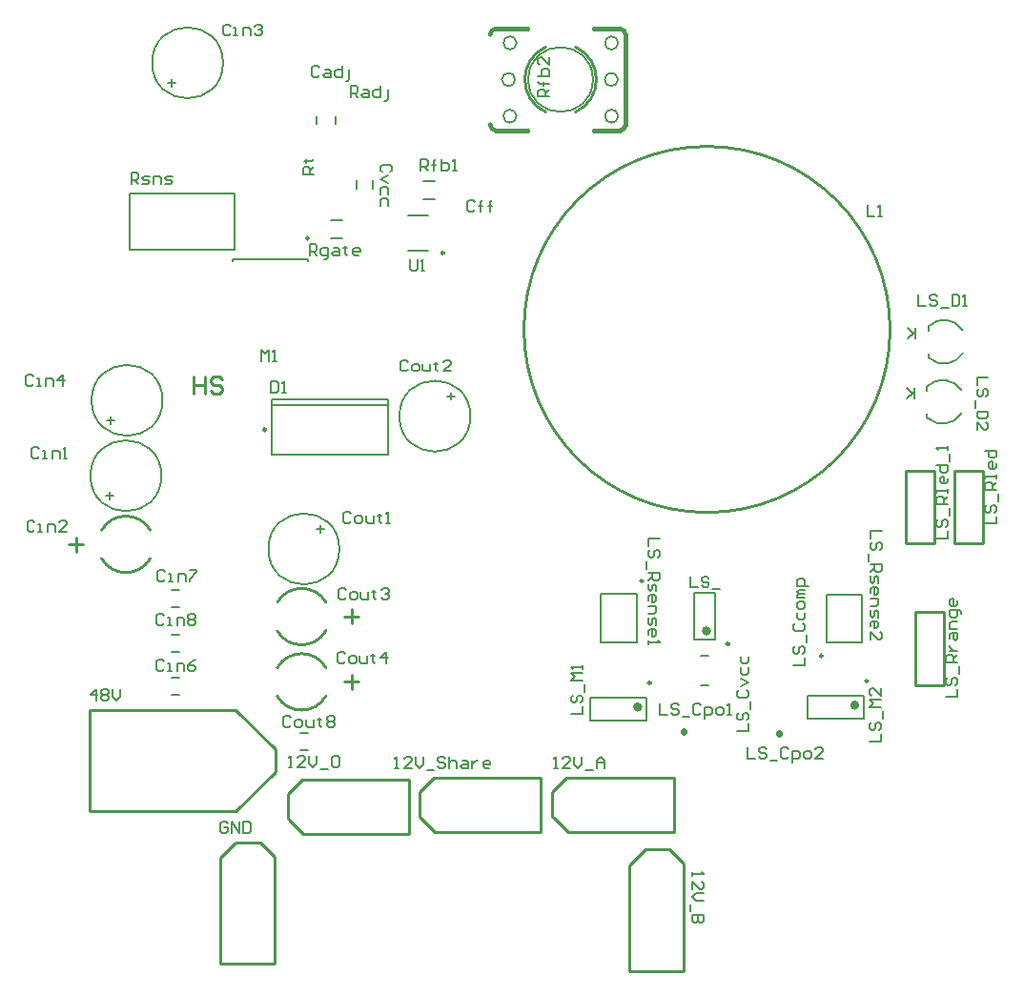
<source format=gto>
G04 Layer_Color=15132400*
%FSLAX24Y24*%
%MOIN*%
G70*
G01*
G75*
%ADD32C,0.0098*%
%ADD60C,0.0160*%
%ADD61C,0.0100*%
%ADD62C,0.0050*%
%ADD63C,0.0079*%
%ADD64C,0.0157*%
%ADD65C,0.0220*%
D32*
X28725Y37561D02*
G03*
X28725Y37561I-49J0D01*
G01*
X23998Y38071D02*
G03*
X23998Y38071I-49J0D01*
G01*
X22490Y31378D02*
G03*
X22490Y31378I-49J0D01*
G01*
X38691Y23888D02*
G03*
X38691Y23888I-49J0D01*
G01*
X41957Y23467D02*
G03*
X41957Y23467I-49J0D01*
G01*
X35678Y26085D02*
G03*
X35678Y26085I-49J0D01*
G01*
X43544Y22591D02*
G03*
X43544Y22591I-49J0D01*
G01*
X35955Y22522D02*
G03*
X35955Y22522I-49J0D01*
G01*
D60*
X34865Y41842D02*
G03*
X35065Y42042I0J200D01*
G01*
Y45197D02*
G03*
X34865Y45394I-198J-2D01*
G01*
X30531Y45394D02*
G03*
X30335Y45197I0J-197D01*
G01*
X30335Y42042D02*
G03*
X30531Y41842I198J-2D01*
G01*
X35065Y42042D02*
Y45197D01*
X30531Y41842D02*
X31615D01*
X33976D02*
X34865D01*
X30531Y45394D02*
X31615D01*
X33976D02*
X34865D01*
D61*
X33324Y42489D02*
G03*
X33324Y44755I-528J1133D01*
G01*
X32267D02*
G03*
X32267Y42489I528J-1133D01*
G01*
X44313Y34882D02*
G03*
X44313Y34882I-6400J0D01*
G01*
X24593Y25335D02*
G03*
X22888Y25335I-852J-492D01*
G01*
X22885Y24343D02*
G03*
X24590Y24343I852J492D01*
G01*
X24593Y23051D02*
G03*
X22888Y23051I-852J-492D01*
G01*
X22885Y22059D02*
G03*
X24590Y22059I852J492D01*
G01*
X16746Y26870D02*
G03*
X18451Y26870I852J492D01*
G01*
X18453Y27862D02*
G03*
X16748Y27862I-852J-492D01*
G01*
X21850Y12700D02*
X21900D01*
X22800Y13900D02*
Y14050D01*
X21900Y12700D02*
X22800D01*
Y15900D01*
X20900Y12700D02*
Y13950D01*
Y12700D02*
X21850D01*
X22800Y15900D02*
Y16450D01*
X22300Y16950D02*
X22800Y16450D01*
X20900Y13950D02*
Y16400D01*
X21400Y16900D01*
X21450Y16950D01*
X22300D01*
X16325Y18028D02*
X21443D01*
X16325D02*
Y21572D01*
X21443D01*
X22821Y20194D01*
X21443Y18028D02*
X22821Y19406D01*
Y20194D01*
X27500Y18200D02*
Y18250D01*
X26150Y19150D02*
X26300D01*
X27500Y18250D02*
Y19150D01*
X24300D02*
X27500D01*
X26250Y17250D02*
X27500D01*
Y18200D01*
X23750Y19150D02*
X24300D01*
X23250Y18650D02*
X23750Y19150D01*
X23800Y17250D02*
X26250D01*
X23300Y17750D02*
X23800Y17250D01*
X23250Y17800D02*
X23300Y17750D01*
X23250Y17800D02*
Y18650D01*
X25240Y24843D02*
X25740D01*
X25490Y24593D02*
Y25093D01*
X25240Y22559D02*
X25740D01*
X25490Y22309D02*
Y22809D01*
X15598Y27362D02*
X16098D01*
X15848Y27112D02*
Y27612D01*
X32100Y18250D02*
Y18300D01*
X30750Y19200D02*
X30900D01*
X32100Y18300D02*
Y19200D01*
X28900D02*
X32100D01*
X30850Y17300D02*
X32100D01*
Y18250D01*
X28350Y19200D02*
X28900D01*
X27850Y18700D02*
X28350Y19200D01*
X28400Y17300D02*
X30850D01*
X27900Y17800D02*
X28400Y17300D01*
X27850Y17850D02*
X27900Y17800D01*
X27850Y17850D02*
Y18700D01*
X36150Y12450D02*
X36200D01*
X37100Y13650D02*
Y13800D01*
X36200Y12450D02*
X37100D01*
Y15650D01*
X35200Y12450D02*
Y13700D01*
Y12450D02*
X36150D01*
X37100Y15650D02*
Y16200D01*
X36600Y16700D02*
X37100Y16200D01*
X35200Y13700D02*
Y16150D01*
X35700Y16650D01*
X35750Y16700D01*
X36600D01*
X36750Y18250D02*
Y18300D01*
X35400Y19200D02*
X35550D01*
X36750Y18300D02*
Y19200D01*
X33550D02*
X36750D01*
X35500Y17300D02*
X36750D01*
Y18250D01*
X33000Y19200D02*
X33550D01*
X32500Y18700D02*
X33000Y19200D01*
X33050Y17300D02*
X35500D01*
X32550Y17800D02*
X33050Y17300D01*
X32500Y17850D02*
X32550Y17800D01*
X32500Y17850D02*
Y18700D01*
X46200Y22450D02*
Y25000D01*
X45200Y22450D02*
X46200D01*
X45200D02*
Y25000D01*
X46200D01*
X47550Y27400D02*
Y29950D01*
X46550Y27400D02*
X47550D01*
X46550D02*
Y29950D01*
X47550D01*
X44850Y27400D02*
Y29950D01*
X45850D01*
Y27400D02*
Y29950D01*
X44850Y27400D02*
X45850D01*
X19961Y33238D02*
Y32638D01*
Y32938D01*
X20361D01*
Y33238D01*
Y32638D01*
X20960Y33138D02*
X20860Y33238D01*
X20660D01*
X20560Y33138D01*
Y33038D01*
X20660Y32938D01*
X20860D01*
X20960Y32838D01*
Y32738D01*
X20860Y32638D01*
X20660D01*
X20560Y32738D01*
D62*
X33925Y43622D02*
G03*
X33925Y43622I-1130J0D01*
G01*
X31254Y42342D02*
G03*
X31254Y42342I-230J0D01*
G01*
X34805D02*
G03*
X34805Y42342I-230J0D01*
G01*
Y44902D02*
G03*
X34805Y44902I-230J0D01*
G01*
X31254D02*
G03*
X31254Y44902I-230J0D01*
G01*
X34797Y43622D02*
G03*
X34797Y43622I-230J0D01*
G01*
X31203D02*
G03*
X31203Y43622I-230J0D01*
G01*
D63*
X18878Y32402D02*
G03*
X18878Y32402I-1240J0D01*
G01*
X20993Y44206D02*
G03*
X20993Y44206I-1240J0D01*
G01*
X29640Y31850D02*
G03*
X29640Y31850I-1240J0D01*
G01*
X18839Y29764D02*
G03*
X18839Y29764I-1240J0D01*
G01*
X25059Y27205D02*
G03*
X25059Y27205I-1240J0D01*
G01*
X46804Y32752D02*
G03*
X45607Y32893I-654J-402D01*
G01*
X45634Y31782D02*
G03*
X46804Y31948I516J568D01*
G01*
X46854Y34852D02*
G03*
X45657Y34993I-654J-402D01*
G01*
X45684Y33882D02*
G03*
X46854Y34048I516J568D01*
G01*
X19193Y25768D02*
X19468D01*
X19193Y25177D02*
X19468D01*
X19193Y24193D02*
X19468D01*
X19193Y23602D02*
X19468D01*
X19193Y22697D02*
X19468D01*
X19193Y22106D02*
X19468D01*
X23681Y20177D02*
X23957D01*
X23681Y20768D02*
X23957D01*
X27446Y37640D02*
X28154D01*
X27446Y38860D02*
X28154D01*
X21398Y38661D02*
Y39646D01*
X17736D02*
X21398D01*
X17736Y37677D02*
Y39646D01*
Y37677D02*
X21398D01*
Y38661D01*
X28003Y40055D02*
X28397D01*
X28003Y39445D02*
X28397D01*
X23957Y37264D02*
Y37323D01*
X21319D02*
X23957D01*
X21319Y37264D02*
Y37323D01*
X22697Y30510D02*
Y32439D01*
X26752Y30510D02*
Y32439D01*
X22697Y30510D02*
X26752D01*
X22697Y32439D02*
X26752D01*
X22697Y32242D02*
X26752D01*
X25655Y39812D02*
Y40088D01*
X26245Y39812D02*
Y40088D01*
X24265Y42062D02*
Y42338D01*
X24935Y42062D02*
Y42338D01*
X38209Y24026D02*
Y25659D01*
X37461Y24026D02*
Y25659D01*
Y24026D02*
X38209D01*
X37461Y25659D02*
X38209D01*
X42085Y23920D02*
X43345D01*
Y25613D01*
X42085D02*
X43345D01*
X42085Y23920D02*
Y25613D01*
X34191Y25633D02*
X35451D01*
X34191Y23940D02*
Y25633D01*
Y23940D02*
X35451D01*
Y25633D01*
X41426Y22060D02*
X43394D01*
X41426Y21272D02*
X43394D01*
Y22060D01*
X41426Y21272D02*
Y22060D01*
X33837Y21991D02*
X35806D01*
X33837Y21204D02*
X35806D01*
Y21991D01*
X33837Y21204D02*
Y21991D01*
X45600Y31816D02*
X45634Y31782D01*
X45600Y32750D02*
Y32893D01*
Y31816D02*
Y31950D01*
X45650Y33916D02*
X45684Y33882D01*
X45650Y34850D02*
Y34993D01*
Y33916D02*
Y34050D01*
X37697Y23465D02*
X37972D01*
X37697Y22441D02*
X37972D01*
X24764Y38081D02*
X25157D01*
X24764Y38691D02*
X25157D01*
X18963Y26391D02*
X18898Y26457D01*
X18766D01*
X18701Y26391D01*
Y26129D01*
X18766Y26063D01*
X18898D01*
X18963Y26129D01*
X19094Y26063D02*
X19226D01*
X19160D01*
Y26325D01*
X19094D01*
X19422Y26063D02*
Y26325D01*
X19619D01*
X19685Y26260D01*
Y26063D01*
X19816Y26457D02*
X20078D01*
Y26391D01*
X19816Y26129D01*
Y26063D01*
X18924Y24856D02*
X18858Y24921D01*
X18727D01*
X18661Y24856D01*
Y24593D01*
X18727Y24528D01*
X18858D01*
X18924Y24593D01*
X19055Y24528D02*
X19186D01*
X19121D01*
Y24790D01*
X19055D01*
X19383Y24528D02*
Y24790D01*
X19580D01*
X19645Y24724D01*
Y24528D01*
X19777Y24856D02*
X19842Y24921D01*
X19973D01*
X20039Y24856D01*
Y24790D01*
X19973Y24724D01*
X20039Y24659D01*
Y24593D01*
X19973Y24528D01*
X19842D01*
X19777Y24593D01*
Y24659D01*
X19842Y24724D01*
X19777Y24790D01*
Y24856D01*
X19842Y24724D02*
X19973D01*
X18924Y23281D02*
X18858Y23346D01*
X18727D01*
X18661Y23281D01*
Y23018D01*
X18727Y22953D01*
X18858D01*
X18924Y23018D01*
X19055Y22953D02*
X19186D01*
X19121D01*
Y23215D01*
X19055D01*
X19383Y22953D02*
Y23215D01*
X19580D01*
X19645Y23150D01*
Y22953D01*
X20039Y23346D02*
X19908Y23281D01*
X19777Y23150D01*
Y23018D01*
X19842Y22953D01*
X19973D01*
X20039Y23018D01*
Y23084D01*
X19973Y23150D01*
X19777D01*
X23373Y21312D02*
X23307Y21378D01*
X23176D01*
X23110Y21312D01*
Y21050D01*
X23176Y20984D01*
X23307D01*
X23373Y21050D01*
X23569Y20984D02*
X23701D01*
X23766Y21050D01*
Y21181D01*
X23701Y21247D01*
X23569D01*
X23504Y21181D01*
Y21050D01*
X23569Y20984D01*
X23897Y21247D02*
Y21050D01*
X23963Y20984D01*
X24160D01*
Y21247D01*
X24357Y21312D02*
Y21247D01*
X24291D01*
X24422D01*
X24357D01*
Y21050D01*
X24422Y20984D01*
X24619Y21312D02*
X24685Y21378D01*
X24816D01*
X24881Y21312D01*
Y21247D01*
X24816Y21181D01*
X24881Y21115D01*
Y21050D01*
X24816Y20984D01*
X24685D01*
X24619Y21050D01*
Y21115D01*
X24685Y21181D01*
X24619Y21247D01*
Y21312D01*
X24685Y21181D02*
X24816D01*
X21162Y17608D02*
X21097Y17674D01*
X20966D01*
X20900Y17608D01*
Y17346D01*
X20966Y17280D01*
X21097D01*
X21162Y17346D01*
Y17477D01*
X21031D01*
X21294Y17280D02*
Y17674D01*
X21556Y17280D01*
Y17674D01*
X21687D02*
Y17280D01*
X21884D01*
X21950Y17346D01*
Y17608D01*
X21884Y17674D01*
X21687D01*
X16547Y21900D02*
Y22294D01*
X16350Y22097D01*
X16612D01*
X16744Y22228D02*
X16809Y22294D01*
X16940D01*
X17006Y22228D01*
Y22162D01*
X16940Y22097D01*
X17006Y22031D01*
Y21966D01*
X16940Y21900D01*
X16809D01*
X16744Y21966D01*
Y22031D01*
X16809Y22097D01*
X16744Y22162D01*
Y22228D01*
X16809Y22097D02*
X16940D01*
X17137Y22294D02*
Y22031D01*
X17268Y21900D01*
X17400Y22031D01*
Y22294D01*
X23280Y19560D02*
X23411D01*
X23346D01*
Y19954D01*
X23280Y19888D01*
X23870Y19560D02*
X23608D01*
X23870Y19822D01*
Y19888D01*
X23805Y19954D01*
X23674D01*
X23608Y19888D01*
X24002Y19954D02*
Y19691D01*
X24133Y19560D01*
X24264Y19691D01*
Y19954D01*
X24395Y19494D02*
X24658D01*
X24985Y19954D02*
X24854D01*
X24789Y19888D01*
Y19626D01*
X24854Y19560D01*
X24985D01*
X25051Y19626D01*
Y19888D01*
X24985Y19954D01*
X27520Y37323D02*
Y36995D01*
X27585Y36929D01*
X27716D01*
X27782Y36995D01*
Y37323D01*
X27913Y36929D02*
X28044D01*
X27979D01*
Y37323D01*
X27913Y37257D01*
X24173Y40315D02*
X23780D01*
Y40512D01*
X23845Y40577D01*
X23976D01*
X24042Y40512D01*
Y40315D01*
Y40446D02*
X24173Y40577D01*
X23845Y40774D02*
X23911D01*
Y40709D01*
Y40840D01*
Y40774D01*
X24108D01*
X24173Y40840D01*
X17780Y39960D02*
Y40354D01*
X17977D01*
X18042Y40288D01*
Y40157D01*
X17977Y40091D01*
X17780D01*
X17911D02*
X18042Y39960D01*
X18174D02*
X18370D01*
X18436Y40026D01*
X18370Y40091D01*
X18239D01*
X18174Y40157D01*
X18239Y40222D01*
X18436D01*
X18567Y39960D02*
Y40222D01*
X18764D01*
X18830Y40157D01*
Y39960D01*
X18961D02*
X19158D01*
X19223Y40026D01*
X19158Y40091D01*
X19026D01*
X18961Y40157D01*
X19026Y40222D01*
X19223D01*
X32395Y43022D02*
X32002D01*
Y43219D01*
X32067Y43284D01*
X32198D01*
X32264Y43219D01*
Y43022D01*
Y43153D02*
X32395Y43284D01*
Y43481D02*
X32067D01*
X32198D01*
Y43416D01*
Y43547D01*
Y43481D01*
X32067D01*
X32002Y43547D01*
Y43744D02*
X32395D01*
Y43940D01*
X32330Y44006D01*
X32264D01*
X32198D01*
X32133Y43940D01*
Y43744D01*
X32395Y44400D02*
Y44137D01*
X32133Y44400D01*
X32067D01*
X32002Y44334D01*
Y44203D01*
X32067Y44137D01*
X27900Y40450D02*
Y40844D01*
X28097D01*
X28162Y40778D01*
Y40647D01*
X28097Y40581D01*
X27900D01*
X28031D02*
X28162Y40450D01*
X28359D02*
Y40778D01*
Y40647D01*
X28294D01*
X28425D01*
X28359D01*
Y40778D01*
X28425Y40844D01*
X28622D02*
Y40450D01*
X28818D01*
X28884Y40516D01*
Y40581D01*
Y40647D01*
X28818Y40712D01*
X28622D01*
X29015Y40450D02*
X29146D01*
X29081D01*
Y40844D01*
X29015Y40778D01*
X25450Y43000D02*
Y43394D01*
X25647D01*
X25712Y43328D01*
Y43197D01*
X25647Y43131D01*
X25450D01*
X25581D02*
X25712Y43000D01*
X25909Y43262D02*
X26040D01*
X26106Y43197D01*
Y43000D01*
X25909D01*
X25844Y43066D01*
X25909Y43131D01*
X26106D01*
X26500Y43394D02*
Y43000D01*
X26303D01*
X26237Y43066D01*
Y43197D01*
X26303Y43262D01*
X26500D01*
X26631Y42869D02*
X26696D01*
X26762Y42934D01*
Y43262D01*
X22323Y33780D02*
Y34173D01*
X22454Y34042D01*
X22585Y34173D01*
Y33780D01*
X22716D02*
X22848D01*
X22782D01*
Y34173D01*
X22716Y34108D01*
X43513Y39225D02*
Y38832D01*
X43776D01*
X43907D02*
X44038D01*
X43973D01*
Y39225D01*
X43907Y39160D01*
X22674Y33072D02*
Y32678D01*
X22871D01*
X22937Y32744D01*
Y33006D01*
X22871Y33072D01*
X22674D01*
X23068Y32678D02*
X23199D01*
X23134D01*
Y33072D01*
X23068Y33006D01*
X26828Y40388D02*
X26894Y40453D01*
Y40584D01*
X26828Y40650D01*
X26566D01*
X26500Y40584D01*
Y40453D01*
X26566Y40388D01*
X26762Y40256D02*
X26500Y40125D01*
X26762Y39994D01*
Y39600D02*
Y39797D01*
X26697Y39863D01*
X26566D01*
X26500Y39797D01*
Y39600D01*
X26762Y39207D02*
Y39404D01*
X26697Y39469D01*
X26566D01*
X26500Y39404D01*
Y39207D01*
X25286Y25761D02*
X25220Y25827D01*
X25089D01*
X25024Y25761D01*
Y25499D01*
X25089Y25433D01*
X25220D01*
X25286Y25499D01*
X25483Y25433D02*
X25614D01*
X25680Y25499D01*
Y25630D01*
X25614Y25695D01*
X25483D01*
X25417Y25630D01*
Y25499D01*
X25483Y25433D01*
X25811Y25695D02*
Y25499D01*
X25876Y25433D01*
X26073D01*
Y25695D01*
X26270Y25761D02*
Y25695D01*
X26204D01*
X26335D01*
X26270D01*
Y25499D01*
X26335Y25433D01*
X26532Y25761D02*
X26598Y25827D01*
X26729D01*
X26795Y25761D01*
Y25695D01*
X26729Y25630D01*
X26663D01*
X26729D01*
X26795Y25564D01*
Y25499D01*
X26729Y25433D01*
X26598D01*
X26532Y25499D01*
X25253Y23537D02*
X25187Y23603D01*
X25056D01*
X24990Y23537D01*
Y23275D01*
X25056Y23209D01*
X25187D01*
X25253Y23275D01*
X25449Y23209D02*
X25581D01*
X25646Y23275D01*
Y23406D01*
X25581Y23471D01*
X25449D01*
X25384Y23406D01*
Y23275D01*
X25449Y23209D01*
X25777Y23471D02*
Y23275D01*
X25843Y23209D01*
X26040D01*
Y23471D01*
X26236Y23537D02*
Y23471D01*
X26171D01*
X26302D01*
X26236D01*
Y23275D01*
X26302Y23209D01*
X26696D02*
Y23603D01*
X26499Y23406D01*
X26761D01*
X29802Y39328D02*
X29737Y39394D01*
X29606D01*
X29540Y39328D01*
Y39066D01*
X29606Y39000D01*
X29737D01*
X29802Y39066D01*
X29999Y39000D02*
Y39328D01*
Y39197D01*
X29934D01*
X30065D01*
X29999D01*
Y39328D01*
X30065Y39394D01*
X30327Y39000D02*
Y39328D01*
Y39197D01*
X30262D01*
X30393D01*
X30327D01*
Y39328D01*
X30393Y39394D01*
X24362Y44028D02*
X24297Y44094D01*
X24166D01*
X24100Y44028D01*
Y43766D01*
X24166Y43700D01*
X24297D01*
X24362Y43766D01*
X24559Y43962D02*
X24690D01*
X24756Y43897D01*
Y43700D01*
X24559D01*
X24494Y43766D01*
X24559Y43831D01*
X24756D01*
X25150Y44094D02*
Y43700D01*
X24953D01*
X24887Y43766D01*
Y43897D01*
X24953Y43962D01*
X25150D01*
X25281Y43569D02*
X25346D01*
X25412Y43634D01*
Y43962D01*
X14350Y33230D02*
X14285Y33295D01*
X14153D01*
X14088Y33230D01*
Y32967D01*
X14153Y32902D01*
X14285D01*
X14350Y32967D01*
X14481Y32902D02*
X14613D01*
X14547D01*
Y33164D01*
X14481D01*
X14809Y32902D02*
Y33164D01*
X15006D01*
X15072Y33098D01*
Y32902D01*
X15400D02*
Y33295D01*
X15203Y33098D01*
X15465D01*
X16938Y31698D02*
X17200D01*
X17069Y31830D02*
Y31567D01*
X21247Y45485D02*
X21181Y45551D01*
X21050D01*
X20984Y45485D01*
Y45223D01*
X21050Y45157D01*
X21181D01*
X21247Y45223D01*
X21378Y45157D02*
X21509D01*
X21443D01*
Y45420D01*
X21378D01*
X21706Y45157D02*
Y45420D01*
X21903D01*
X21968Y45354D01*
Y45157D01*
X22099Y45485D02*
X22165Y45551D01*
X22296D01*
X22362Y45485D01*
Y45420D01*
X22296Y45354D01*
X22231D01*
X22296D01*
X22362Y45289D01*
Y45223D01*
X22296Y45157D01*
X22165D01*
X22099Y45223D01*
X19053Y43503D02*
X19316D01*
X19184Y43634D02*
Y43372D01*
X14411Y28140D02*
X14345Y28206D01*
X14214D01*
X14148Y28140D01*
Y27878D01*
X14214Y27812D01*
X14345D01*
X14411Y27878D01*
X14542Y27812D02*
X14673D01*
X14608D01*
Y28075D01*
X14542D01*
X14870Y27812D02*
Y28075D01*
X15067D01*
X15132Y28009D01*
Y27812D01*
X15526D02*
X15264D01*
X15526Y28075D01*
Y28140D01*
X15460Y28206D01*
X15329D01*
X15264Y28140D01*
X27452Y33748D02*
X27387Y33814D01*
X27256D01*
X27190Y33748D01*
Y33486D01*
X27256Y33420D01*
X27387D01*
X27452Y33486D01*
X27649Y33420D02*
X27780D01*
X27846Y33486D01*
Y33617D01*
X27780Y33682D01*
X27649D01*
X27584Y33617D01*
Y33486D01*
X27649Y33420D01*
X27977Y33682D02*
Y33486D01*
X28043Y33420D01*
X28240D01*
Y33682D01*
X28436Y33748D02*
Y33682D01*
X28371D01*
X28502D01*
X28436D01*
Y33486D01*
X28502Y33420D01*
X28961D02*
X28699D01*
X28961Y33682D01*
Y33748D01*
X28895Y33814D01*
X28764D01*
X28699Y33748D01*
X29100Y32553D02*
X28838D01*
X28969Y32422D02*
Y32684D01*
X14561Y30692D02*
X14495Y30757D01*
X14364D01*
X14298Y30692D01*
Y30429D01*
X14364Y30364D01*
X14495D01*
X14561Y30429D01*
X14692Y30364D02*
X14823D01*
X14758D01*
Y30626D01*
X14692D01*
X15020Y30364D02*
Y30626D01*
X15217D01*
X15282Y30561D01*
Y30364D01*
X15414D02*
X15545D01*
X15479D01*
Y30757D01*
X15414Y30692D01*
X16898Y29061D02*
X17161D01*
X17030Y29192D02*
Y28929D01*
X25465Y28423D02*
X25399Y28489D01*
X25268D01*
X25202Y28423D01*
Y28161D01*
X25268Y28095D01*
X25399D01*
X25465Y28161D01*
X25661Y28095D02*
X25793D01*
X25858Y28161D01*
Y28292D01*
X25793Y28358D01*
X25661D01*
X25596Y28292D01*
Y28161D01*
X25661Y28095D01*
X25989Y28358D02*
Y28161D01*
X26055Y28095D01*
X26252D01*
Y28358D01*
X26449Y28423D02*
Y28358D01*
X26383D01*
X26514D01*
X26449D01*
Y28161D01*
X26514Y28095D01*
X26711D02*
X26842D01*
X26777D01*
Y28489D01*
X26711Y28423D01*
X24519Y27908D02*
X24257D01*
X24388Y27777D02*
Y28039D01*
X27000Y19550D02*
X27131D01*
X27066D01*
Y19944D01*
X27000Y19878D01*
X27590Y19550D02*
X27328D01*
X27590Y19812D01*
Y19878D01*
X27525Y19944D01*
X27394D01*
X27328Y19878D01*
X27722Y19944D02*
Y19681D01*
X27853Y19550D01*
X27984Y19681D01*
Y19944D01*
X28115Y19484D02*
X28378D01*
X28771Y19878D02*
X28705Y19944D01*
X28574D01*
X28509Y19878D01*
Y19812D01*
X28574Y19747D01*
X28705D01*
X28771Y19681D01*
Y19616D01*
X28705Y19550D01*
X28574D01*
X28509Y19616D01*
X28902Y19944D02*
Y19550D01*
Y19747D01*
X28968Y19812D01*
X29099D01*
X29165Y19747D01*
Y19550D01*
X29361Y19812D02*
X29493D01*
X29558Y19747D01*
Y19550D01*
X29361D01*
X29296Y19616D01*
X29361Y19681D01*
X29558D01*
X29689Y19812D02*
Y19550D01*
Y19681D01*
X29755Y19747D01*
X29821Y19812D01*
X29886D01*
X30280Y19550D02*
X30149D01*
X30083Y19616D01*
Y19747D01*
X30149Y19812D01*
X30280D01*
X30345Y19747D01*
Y19681D01*
X30083D01*
X37400Y15900D02*
Y15769D01*
Y15834D01*
X37794D01*
X37728Y15900D01*
X37400Y15310D02*
Y15572D01*
X37662Y15310D01*
X37728D01*
X37794Y15375D01*
Y15506D01*
X37728Y15572D01*
X37794Y15178D02*
X37531D01*
X37400Y15047D01*
X37531Y14916D01*
X37794D01*
X37334Y14785D02*
Y14522D01*
X37794Y14391D02*
X37400D01*
Y14195D01*
X37466Y14129D01*
X37531D01*
X37597Y14195D01*
Y14391D01*
Y14195D01*
X37662Y14129D01*
X37728D01*
X37794Y14195D01*
Y14391D01*
X32550Y19550D02*
X32681D01*
X32616D01*
Y19944D01*
X32550Y19878D01*
X33140Y19550D02*
X32878D01*
X33140Y19812D01*
Y19878D01*
X33075Y19944D01*
X32944D01*
X32878Y19878D01*
X33272Y19944D02*
Y19681D01*
X33403Y19550D01*
X33534Y19681D01*
Y19944D01*
X33665Y19484D02*
X33928D01*
X34059Y19550D02*
Y19812D01*
X34190Y19944D01*
X34321Y19812D01*
Y19550D01*
Y19747D01*
X34059D01*
X37323Y26250D02*
Y25856D01*
X37585D01*
X37979Y26184D02*
X37913Y26250D01*
X37782D01*
X37716Y26184D01*
Y26119D01*
X37782Y26053D01*
X37913D01*
X37979Y25987D01*
Y25922D01*
X37913Y25856D01*
X37782D01*
X37716Y25922D01*
X38110Y25791D02*
X38372D01*
X44016Y27835D02*
X43622D01*
Y27572D01*
X43950Y27179D02*
X44016Y27244D01*
Y27375D01*
X43950Y27441D01*
X43884D01*
X43819Y27375D01*
Y27244D01*
X43753Y27179D01*
X43688D01*
X43622Y27244D01*
Y27375D01*
X43688Y27441D01*
X43556Y27048D02*
Y26785D01*
X43622Y26654D02*
X44016D01*
Y26457D01*
X43950Y26392D01*
X43819D01*
X43753Y26457D01*
Y26654D01*
Y26523D02*
X43622Y26392D01*
Y26260D02*
Y26064D01*
X43688Y25998D01*
X43753Y26064D01*
Y26195D01*
X43819Y26260D01*
X43884Y26195D01*
Y25998D01*
X43622Y25670D02*
Y25801D01*
X43688Y25867D01*
X43819D01*
X43884Y25801D01*
Y25670D01*
X43819Y25604D01*
X43753D01*
Y25867D01*
X43622Y25473D02*
X43884D01*
Y25276D01*
X43819Y25211D01*
X43622D01*
Y25080D02*
Y24883D01*
X43688Y24817D01*
X43753Y24883D01*
Y25014D01*
X43819Y25080D01*
X43884Y25014D01*
Y24817D01*
X43622Y24489D02*
Y24620D01*
X43688Y24686D01*
X43819D01*
X43884Y24620D01*
Y24489D01*
X43819Y24424D01*
X43753D01*
Y24686D01*
X43622Y24030D02*
Y24292D01*
X43884Y24030D01*
X43950D01*
X44016Y24096D01*
Y24227D01*
X43950Y24292D01*
X36260Y27559D02*
X35866D01*
Y27297D01*
X36194Y26903D02*
X36260Y26969D01*
Y27100D01*
X36194Y27165D01*
X36129D01*
X36063Y27100D01*
Y26969D01*
X35997Y26903D01*
X35932D01*
X35866Y26969D01*
Y27100D01*
X35932Y27165D01*
X35801Y26772D02*
Y26510D01*
X35866Y26378D02*
X36260D01*
Y26182D01*
X36194Y26116D01*
X36063D01*
X35997Y26182D01*
Y26378D01*
Y26247D02*
X35866Y26116D01*
Y25985D02*
Y25788D01*
X35932Y25722D01*
X35997Y25788D01*
Y25919D01*
X36063Y25985D01*
X36129Y25919D01*
Y25722D01*
X35866Y25394D02*
Y25526D01*
X35932Y25591D01*
X36063D01*
X36129Y25526D01*
Y25394D01*
X36063Y25329D01*
X35997D01*
Y25591D01*
X35866Y25198D02*
X36129D01*
Y25001D01*
X36063Y24935D01*
X35866D01*
Y24804D02*
Y24607D01*
X35932Y24542D01*
X35997Y24607D01*
Y24738D01*
X36063Y24804D01*
X36129Y24738D01*
Y24542D01*
X35866Y24214D02*
Y24345D01*
X35932Y24410D01*
X36063D01*
X36129Y24345D01*
Y24214D01*
X36063Y24148D01*
X35997D01*
Y24410D01*
X35866Y24017D02*
Y23886D01*
Y23951D01*
X36260D01*
X36194Y24017D01*
X46256Y22050D02*
X46650D01*
Y22312D01*
X46322Y22706D02*
X46256Y22640D01*
Y22509D01*
X46322Y22444D01*
X46388D01*
X46453Y22509D01*
Y22640D01*
X46519Y22706D01*
X46584D01*
X46650Y22640D01*
Y22509D01*
X46584Y22444D01*
X46716Y22837D02*
Y23100D01*
X46650Y23231D02*
X46256D01*
Y23428D01*
X46322Y23493D01*
X46453D01*
X46519Y23428D01*
Y23231D01*
Y23362D02*
X46650Y23493D01*
X46388Y23624D02*
X46650D01*
X46519D01*
X46453Y23690D01*
X46388Y23755D01*
Y23821D01*
Y24083D02*
Y24215D01*
X46453Y24280D01*
X46650D01*
Y24083D01*
X46584Y24018D01*
X46519Y24083D01*
Y24280D01*
X46650Y24411D02*
X46388D01*
Y24608D01*
X46453Y24674D01*
X46650D01*
X46781Y24936D02*
Y25002D01*
X46716Y25067D01*
X46388D01*
Y24871D01*
X46453Y24805D01*
X46584D01*
X46650Y24871D01*
Y25067D01*
Y25395D02*
Y25264D01*
X46584Y25199D01*
X46453D01*
X46388Y25264D01*
Y25395D01*
X46453Y25461D01*
X46519D01*
Y25199D01*
X47641Y28091D02*
X48034D01*
Y28353D01*
X47706Y28747D02*
X47641Y28681D01*
Y28550D01*
X47706Y28485D01*
X47772D01*
X47837Y28550D01*
Y28681D01*
X47903Y28747D01*
X47969D01*
X48034Y28681D01*
Y28550D01*
X47969Y28485D01*
X48100Y28878D02*
Y29140D01*
X48034Y29272D02*
X47641D01*
Y29468D01*
X47706Y29534D01*
X47837D01*
X47903Y29468D01*
Y29272D01*
Y29403D02*
X48034Y29534D01*
Y29665D02*
Y29796D01*
Y29731D01*
X47641D01*
Y29665D01*
X48034Y30190D02*
Y30059D01*
X47969Y29993D01*
X47837D01*
X47772Y30059D01*
Y30190D01*
X47837Y30256D01*
X47903D01*
Y29993D01*
X47641Y30649D02*
X48034D01*
Y30452D01*
X47969Y30387D01*
X47837D01*
X47772Y30452D01*
Y30649D01*
X45941Y27586D02*
X46334D01*
Y27848D01*
X46006Y28242D02*
X45941Y28176D01*
Y28045D01*
X46006Y27979D01*
X46072D01*
X46137Y28045D01*
Y28176D01*
X46203Y28242D01*
X46269D01*
X46334Y28176D01*
Y28045D01*
X46269Y27979D01*
X46400Y28373D02*
Y28635D01*
X46334Y28767D02*
X45941D01*
Y28963D01*
X46006Y29029D01*
X46137D01*
X46203Y28963D01*
Y28767D01*
Y28898D02*
X46334Y29029D01*
Y29160D02*
Y29291D01*
Y29226D01*
X45941D01*
Y29160D01*
X46334Y29685D02*
Y29554D01*
X46269Y29488D01*
X46137D01*
X46072Y29554D01*
Y29685D01*
X46137Y29750D01*
X46203D01*
Y29488D01*
X45941Y30144D02*
X46334D01*
Y29947D01*
X46269Y29882D01*
X46137D01*
X46072Y29947D01*
Y30144D01*
X46400Y30275D02*
Y30538D01*
X46334Y30669D02*
Y30800D01*
Y30734D01*
X45941D01*
X46006Y30669D01*
X43611Y20485D02*
X44004D01*
Y20747D01*
X43676Y21141D02*
X43611Y21075D01*
Y20944D01*
X43676Y20879D01*
X43742D01*
X43808Y20944D01*
Y21075D01*
X43873Y21141D01*
X43939D01*
X44004Y21075D01*
Y20944D01*
X43939Y20879D01*
X44070Y21272D02*
Y21535D01*
X44004Y21666D02*
X43611D01*
X43742Y21797D01*
X43611Y21928D01*
X44004D01*
Y22322D02*
Y22059D01*
X43742Y22322D01*
X43676D01*
X43611Y22256D01*
Y22125D01*
X43676Y22059D01*
X33168Y21430D02*
X33561D01*
Y21692D01*
X33233Y22086D02*
X33168Y22020D01*
Y21889D01*
X33233Y21823D01*
X33299D01*
X33365Y21889D01*
Y22020D01*
X33430Y22086D01*
X33496D01*
X33561Y22020D01*
Y21889D01*
X33496Y21823D01*
X33627Y22217D02*
Y22479D01*
X33561Y22611D02*
X33168D01*
X33299Y22742D01*
X33168Y22873D01*
X33561D01*
Y23004D02*
Y23135D01*
Y23070D01*
X33168D01*
X33233Y23004D01*
X47744Y33200D02*
X47350D01*
Y32938D01*
X47678Y32544D02*
X47744Y32610D01*
Y32741D01*
X47678Y32806D01*
X47612D01*
X47547Y32741D01*
Y32610D01*
X47481Y32544D01*
X47416D01*
X47350Y32610D01*
Y32741D01*
X47416Y32806D01*
X47284Y32413D02*
Y32150D01*
X47744Y32019D02*
X47350D01*
Y31822D01*
X47416Y31757D01*
X47678D01*
X47744Y31822D01*
Y32019D01*
X47350Y31363D02*
Y31626D01*
X47612Y31363D01*
X47678D01*
X47744Y31429D01*
Y31560D01*
X47678Y31626D01*
X45150Y32456D02*
Y32850D01*
Y32719D01*
X44888Y32456D01*
X45084Y32653D01*
X44888Y32850D01*
X45300Y36094D02*
Y35700D01*
X45562D01*
X45956Y36028D02*
X45890Y36094D01*
X45759D01*
X45694Y36028D01*
Y35962D01*
X45759Y35897D01*
X45890D01*
X45956Y35831D01*
Y35766D01*
X45890Y35700D01*
X45759D01*
X45694Y35766D01*
X46087Y35634D02*
X46350D01*
X46481Y36094D02*
Y35700D01*
X46678D01*
X46743Y35766D01*
Y36028D01*
X46678Y36094D01*
X46481D01*
X46874Y35700D02*
X47005D01*
X46940D01*
Y36094D01*
X46874Y36028D01*
X45200Y34556D02*
Y34950D01*
Y34819D01*
X44938Y34556D01*
X45134Y34753D01*
X44938Y34950D01*
X38977Y20827D02*
X39370D01*
Y21089D01*
X39042Y21483D02*
X38977Y21417D01*
Y21286D01*
X39042Y21220D01*
X39108D01*
X39173Y21286D01*
Y21417D01*
X39239Y21483D01*
X39304D01*
X39370Y21417D01*
Y21286D01*
X39304Y21220D01*
X39436Y21614D02*
Y21876D01*
X39042Y22270D02*
X38977Y22204D01*
Y22073D01*
X39042Y22007D01*
X39304D01*
X39370Y22073D01*
Y22204D01*
X39304Y22270D01*
X39108Y22401D02*
X39370Y22532D01*
X39108Y22663D01*
Y23057D02*
Y22860D01*
X39173Y22795D01*
X39304D01*
X39370Y22860D01*
Y23057D01*
X39108Y23451D02*
Y23254D01*
X39173Y23188D01*
X39304D01*
X39370Y23254D01*
Y23451D01*
X39329Y20278D02*
Y19885D01*
X39592D01*
X39985Y20213D02*
X39920Y20278D01*
X39788D01*
X39723Y20213D01*
Y20147D01*
X39788Y20081D01*
X39920D01*
X39985Y20016D01*
Y19950D01*
X39920Y19885D01*
X39788D01*
X39723Y19950D01*
X40116Y19819D02*
X40379D01*
X40772Y20213D02*
X40707Y20278D01*
X40575D01*
X40510Y20213D01*
Y19950D01*
X40575Y19885D01*
X40707D01*
X40772Y19950D01*
X40903Y19753D02*
Y20147D01*
X41100D01*
X41166Y20081D01*
Y19950D01*
X41100Y19885D01*
X40903D01*
X41363D02*
X41494D01*
X41559Y19950D01*
Y20081D01*
X41494Y20147D01*
X41363D01*
X41297Y20081D01*
Y19950D01*
X41363Y19885D01*
X41953D02*
X41691D01*
X41953Y20147D01*
Y20213D01*
X41887Y20278D01*
X41756D01*
X41691Y20213D01*
X40945Y23150D02*
X41339D01*
Y23412D01*
X41011Y23806D02*
X40945Y23740D01*
Y23609D01*
X41011Y23543D01*
X41076D01*
X41142Y23609D01*
Y23740D01*
X41207Y23806D01*
X41273D01*
X41339Y23740D01*
Y23609D01*
X41273Y23543D01*
X41404Y23937D02*
Y24199D01*
X41011Y24593D02*
X40945Y24527D01*
Y24396D01*
X41011Y24330D01*
X41273D01*
X41339Y24396D01*
Y24527D01*
X41273Y24593D01*
X41076Y24986D02*
Y24790D01*
X41142Y24724D01*
X41273D01*
X41339Y24790D01*
Y24986D01*
Y25183D02*
Y25314D01*
X41273Y25380D01*
X41142D01*
X41076Y25314D01*
Y25183D01*
X41142Y25117D01*
X41273D01*
X41339Y25183D01*
Y25511D02*
X41076D01*
Y25577D01*
X41142Y25642D01*
X41339D01*
X41142D01*
X41076Y25708D01*
X41142Y25773D01*
X41339D01*
X41470Y25905D02*
X41076D01*
Y26101D01*
X41142Y26167D01*
X41273D01*
X41339Y26101D01*
Y25905D01*
X24016Y37480D02*
Y37874D01*
X24213D01*
X24278Y37808D01*
Y37677D01*
X24213Y37612D01*
X24016D01*
X24147D02*
X24278Y37480D01*
X24541Y37349D02*
X24606D01*
X24672Y37415D01*
Y37743D01*
X24475D01*
X24409Y37677D01*
Y37546D01*
X24475Y37480D01*
X24672D01*
X24868Y37743D02*
X25000D01*
X25065Y37677D01*
Y37480D01*
X24868D01*
X24803Y37546D01*
X24868Y37612D01*
X25065D01*
X25262Y37808D02*
Y37743D01*
X25196D01*
X25328D01*
X25262D01*
Y37546D01*
X25328Y37480D01*
X25721D02*
X25590D01*
X25524Y37546D01*
Y37677D01*
X25590Y37743D01*
X25721D01*
X25787Y37677D01*
Y37612D01*
X25524D01*
X36260Y21811D02*
Y21417D01*
X36522D01*
X36916Y21745D02*
X36850Y21811D01*
X36719D01*
X36653Y21745D01*
Y21680D01*
X36719Y21614D01*
X36850D01*
X36916Y21549D01*
Y21483D01*
X36850Y21417D01*
X36719D01*
X36653Y21483D01*
X37047Y21352D02*
X37309D01*
X37703Y21745D02*
X37637Y21811D01*
X37506D01*
X37441Y21745D01*
Y21483D01*
X37506Y21417D01*
X37637D01*
X37703Y21483D01*
X37834Y21286D02*
Y21680D01*
X38031D01*
X38097Y21614D01*
Y21483D01*
X38031Y21417D01*
X37834D01*
X38293D02*
X38424D01*
X38490Y21483D01*
Y21614D01*
X38424Y21680D01*
X38293D01*
X38228Y21614D01*
Y21483D01*
X38293Y21417D01*
X38621D02*
X38752D01*
X38687D01*
Y21811D01*
X38621Y21745D01*
D64*
X37972Y24341D02*
G03*
X37972Y24341I-79J0D01*
G01*
X43158Y21745D02*
G03*
X43158Y21745I-79J0D01*
G01*
X35569Y21676D02*
G03*
X35569Y21676I-79J0D01*
G01*
D65*
X40434Y20731D02*
Y20763D01*
X37084Y20815D02*
Y20847D01*
M02*

</source>
